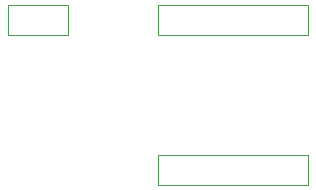
<source format=gbo>
%TF.GenerationSoftware,KiCad,Pcbnew,(5.1.8)-1*%
%TF.CreationDate,2021-03-06T21:21:54+09:00*%
%TF.ProjectId,led_driver,6c65645f-6472-4697-9665-722e6b696361,rev?*%
%TF.SameCoordinates,PX7df6180PY3a22d00*%
%TF.FileFunction,Legend,Bot*%
%TF.FilePolarity,Positive*%
%FSLAX46Y46*%
G04 Gerber Fmt 4.6, Leading zero omitted, Abs format (unit mm)*
G04 Created by KiCad (PCBNEW (5.1.8)-1) date 2021-03-06 21:21:54*
%MOMM*%
%LPD*%
G01*
G04 APERTURE LIST*
%ADD10C,0.120000*%
%ADD11C,1.700000*%
%ADD12O,1.700000X1.700000*%
%ADD13R,1.700000X1.700000*%
G04 APERTURE END LIST*
D10*
X13970000Y3810000D02*
X26670000Y3810000D01*
X13970000Y1270000D02*
X13970000Y3810000D01*
X26670000Y1270000D02*
X13970000Y1270000D01*
X26670000Y3810000D02*
X26670000Y1270000D01*
X26670000Y16510000D02*
X13970000Y16510000D01*
X26670000Y13970000D02*
X26670000Y16510000D01*
X13970000Y13970000D02*
X26670000Y13970000D01*
X13970000Y16510000D02*
X13970000Y13970000D01*
X6350000Y16510000D02*
X1270000Y16510000D01*
X6350000Y13970000D02*
X6350000Y16510000D01*
X1270000Y13970000D02*
X6350000Y13970000D01*
X1270000Y16510000D02*
X1270000Y13970000D01*
%LPC*%
D11*
%TO.C,J2*%
X25400000Y2540000D03*
D12*
X22860000Y2540000D03*
X20320000Y2540000D03*
X17780000Y2540000D03*
X15240000Y2540000D03*
%TD*%
%TO.C,J3*%
X15240000Y15240000D03*
X17780000Y15240000D03*
X20320000Y15240000D03*
X22860000Y15240000D03*
D11*
X25400000Y15240000D03*
%TD*%
D13*
%TO.C,J1*%
X2540000Y15240000D03*
D12*
X5080000Y15240000D03*
%TD*%
M02*

</source>
